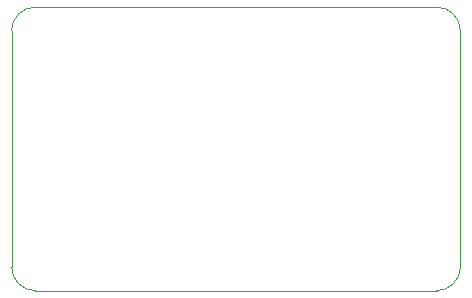
<source format=gbr>
%TF.GenerationSoftware,KiCad,Pcbnew,8.0.1*%
%TF.CreationDate,2024-04-25T00:01:52-04:00*%
%TF.ProjectId,ads1260_board,61647331-3236-4305-9f62-6f6172642e6b,rev?*%
%TF.SameCoordinates,Original*%
%TF.FileFunction,Profile,NP*%
%FSLAX46Y46*%
G04 Gerber Fmt 4.6, Leading zero omitted, Abs format (unit mm)*
G04 Created by KiCad (PCBNEW 8.0.1) date 2024-04-25 00:01:52*
%MOMM*%
%LPD*%
G01*
G04 APERTURE LIST*
%TA.AperFunction,Profile*%
%ADD10C,0.050000*%
%TD*%
G04 APERTURE END LIST*
D10*
X112000000Y-94000000D02*
G75*
G02*
X110000000Y-92000000I0J2000000D01*
G01*
X110000000Y-72000000D02*
G75*
G02*
X112000000Y-70000000I2000000J0D01*
G01*
X148000000Y-92000000D02*
G75*
G02*
X146000000Y-94000000I-2000000J0D01*
G01*
X146000000Y-70000000D02*
G75*
G02*
X148000000Y-72000000I0J-2000000D01*
G01*
X148000000Y-72000000D02*
X148000000Y-92000000D01*
X110000000Y-72000000D02*
X110000000Y-92000000D01*
X112000000Y-94000000D02*
X146000000Y-94000000D01*
X112000000Y-70000000D02*
X146000000Y-70000000D01*
M02*

</source>
